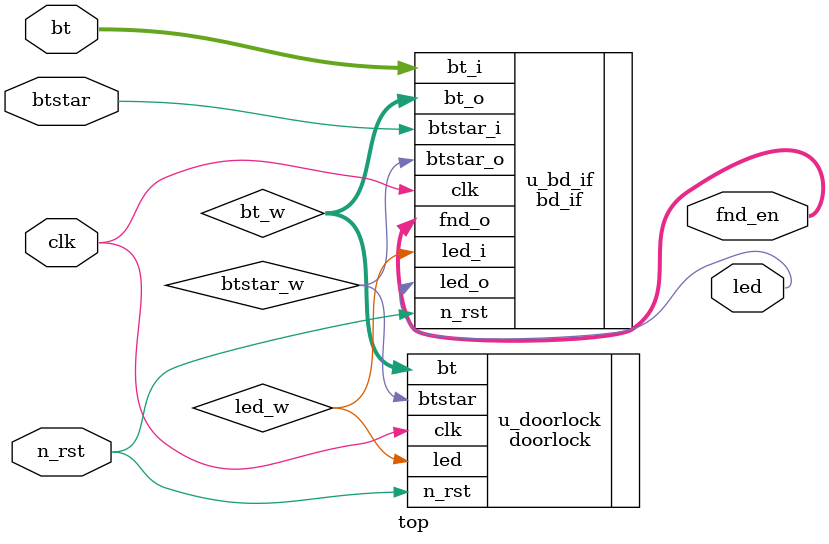
<source format=v>
module top(
	clk,
	n_rst,
	bt,
	btstar,
	led,
	fnd_en
);

parameter T_1S = 26'h2FA_F080; // d50_000_000;
parameter T_20MS = 20'hF_4240; // d1_000_000;

input clk;
input n_rst;
input [9:0] bt;
input btstar;
output led;
output [6:0] fnd_en;

wire [9:0] bt_w;
wire btstar_w;
wire led_w;
wire [6:0] fnd_en_w;

bd_if #(
	.T_1S(T_1S),
	.T_20MS(T_20MS)
) u_bd_if(
    .clk(clk),
    .n_rst(n_rst),
 
    .bt_i(bt),
    .btstar_i(btstar),

    //.fnd_i(fnd_en_w),
    .led_i(led_w),

    .bt_o(bt_w),
    .btstar_o(btstar_w),

    .fnd_o(fnd_en),
    .led_o(led)
);

doorlock u_doorlock(
    .clk(clk),
    .n_rst(n_rst),
 
    .bt(bt_w),
    .btstar(btstar_w),

    //.fnd_en(fnd_en_w),
    .led(led_w)
);



endmodule

</source>
